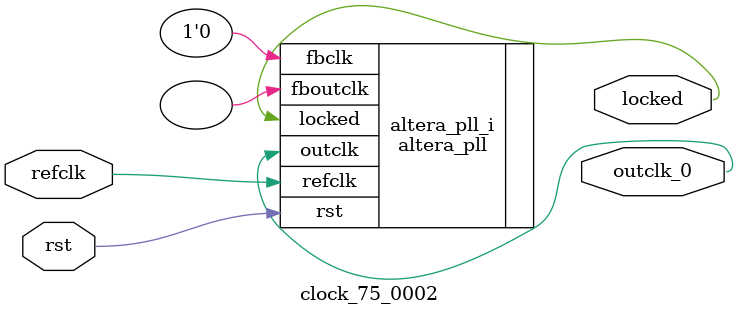
<source format=v>
`timescale 1ns/10ps
module  clock_75_0002(

	// interface 'refclk'
	input wire refclk,

	// interface 'reset'
	input wire rst,

	// interface 'outclk0'
	output wire outclk_0,

	// interface 'locked'
	output wire locked
);

	altera_pll #(
		.fractional_vco_multiplier("false"),
		.reference_clock_frequency("50.0 MHz"),
		.operation_mode("direct"),
		.number_of_clocks(1),
		.output_clock_frequency0("75.000000 MHz"),
		.phase_shift0("0 ps"),
		.duty_cycle0(50),
		.output_clock_frequency1("0 MHz"),
		.phase_shift1("0 ps"),
		.duty_cycle1(50),
		.output_clock_frequency2("0 MHz"),
		.phase_shift2("0 ps"),
		.duty_cycle2(50),
		.output_clock_frequency3("0 MHz"),
		.phase_shift3("0 ps"),
		.duty_cycle3(50),
		.output_clock_frequency4("0 MHz"),
		.phase_shift4("0 ps"),
		.duty_cycle4(50),
		.output_clock_frequency5("0 MHz"),
		.phase_shift5("0 ps"),
		.duty_cycle5(50),
		.output_clock_frequency6("0 MHz"),
		.phase_shift6("0 ps"),
		.duty_cycle6(50),
		.output_clock_frequency7("0 MHz"),
		.phase_shift7("0 ps"),
		.duty_cycle7(50),
		.output_clock_frequency8("0 MHz"),
		.phase_shift8("0 ps"),
		.duty_cycle8(50),
		.output_clock_frequency9("0 MHz"),
		.phase_shift9("0 ps"),
		.duty_cycle9(50),
		.output_clock_frequency10("0 MHz"),
		.phase_shift10("0 ps"),
		.duty_cycle10(50),
		.output_clock_frequency11("0 MHz"),
		.phase_shift11("0 ps"),
		.duty_cycle11(50),
		.output_clock_frequency12("0 MHz"),
		.phase_shift12("0 ps"),
		.duty_cycle12(50),
		.output_clock_frequency13("0 MHz"),
		.phase_shift13("0 ps"),
		.duty_cycle13(50),
		.output_clock_frequency14("0 MHz"),
		.phase_shift14("0 ps"),
		.duty_cycle14(50),
		.output_clock_frequency15("0 MHz"),
		.phase_shift15("0 ps"),
		.duty_cycle15(50),
		.output_clock_frequency16("0 MHz"),
		.phase_shift16("0 ps"),
		.duty_cycle16(50),
		.output_clock_frequency17("0 MHz"),
		.phase_shift17("0 ps"),
		.duty_cycle17(50),
		.pll_type("General"),
		.pll_subtype("General")
	) altera_pll_i (
		.rst	(rst),
		.outclk	({outclk_0}),
		.locked	(locked),
		.fboutclk	( ),
		.fbclk	(1'b0),
		.refclk	(refclk)
	);
endmodule


</source>
